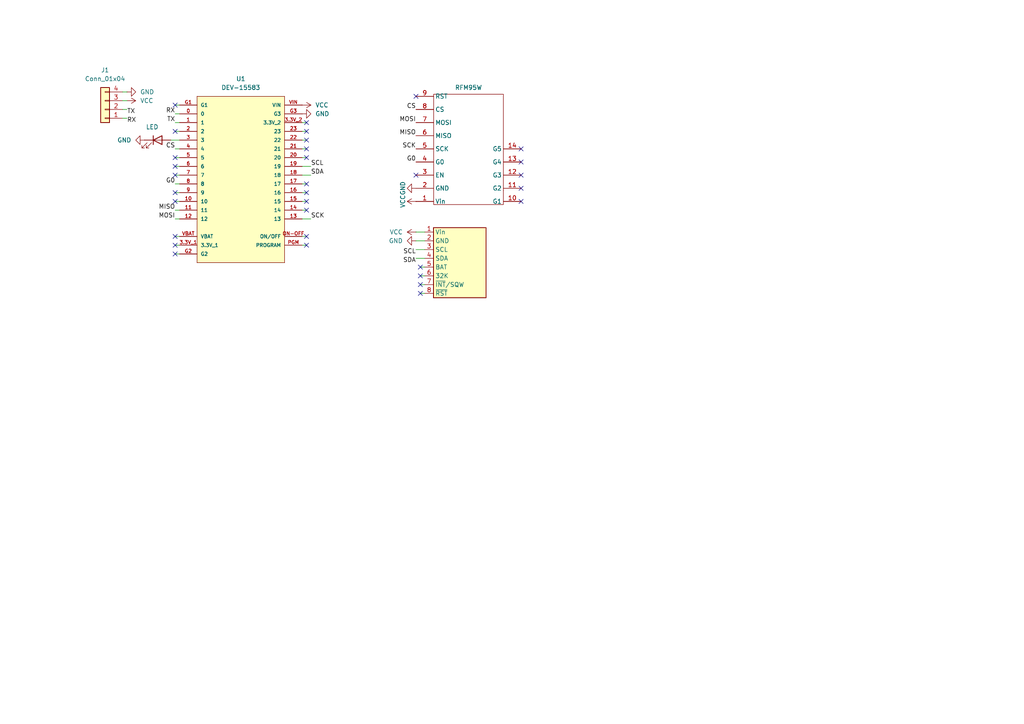
<source format=kicad_sch>
(kicad_sch (version 20231120) (generator "eeschema") (generator_version "8.0")
  (paper "A4")
  (lib_symbols
    (symbol "Connector_Generic:Conn_01x04" (pin_names (offset 1.016) hide)
      (property "Reference" "J" (at 0 5.08 0))
      (property "Value" "Conn_01x04" (at 0 -7.62 0))
      (symbol "Conn_01x04_1_1"
        (rectangle (start -1.27 -4.953) (end 0 -5.207) (stroke (width 0.1524)))
        (rectangle (start -1.27 -2.413) (end 0 -2.667) (stroke (width 0.1524)))
        (rectangle (start -1.27 0.127) (end 0 -0.127) (stroke (width 0.1524)))
        (rectangle (start -1.27 2.667) (end 0 2.413) (stroke (width 0.1524)))
        (rectangle (start -1.27 3.81) (end 1.27 -6.35) (stroke (width 0.254)) (fill (type background)))
        (pin passive line (at -5.08 2.54 0) (length 3.81) (name "Pin_1") (number "1"))
        (pin passive line (at -5.08 0 0) (length 3.81) (name "Pin_2") (number "2"))
        (pin passive line (at -5.08 -2.54 0) (length 3.81) (name "Pin_3") (number "3"))
        (pin passive line (at -5.08 -5.08 0) (length 3.81) (name "Pin_4") (number "4"))
      )
    )
    (symbol "DEV-15583:DEV-15583" (pin_names (offset 1.016))
      (property "Reference" "U" (at -12.7 23.622 0))
      (property "Value" "DEV-15583" (at -12.7 -27.94 0))
      (symbol "DEV-15583_0_0"
        (rectangle (start -12.7 22.86) (end 12.7 -25.4) (stroke (width 0.1524)) (fill (type background)))
        (pin bidirectional line (at -17.78 17.78 0) (length 5.08) (name "0") (number "0"))
        (pin bidirectional line (at -17.78 15.24 0) (length 5.08) (name "1") (number "1"))
        (pin bidirectional line (at -17.78 -7.62 0) (length 5.08) (name "10") (number "10"))
        (pin bidirectional line (at -17.78 -10.16 0) (length 5.08) (name "11") (number "11"))
        (pin bidirectional line (at -17.78 -12.7 0) (length 5.08) (name "12") (number "12"))
        (pin bidirectional line (at 17.78 -12.7 180) (length 5.08) (name "13") (number "13"))
        (pin bidirectional line (at 17.78 -10.16 180) (length 5.08) (name "14") (number "14"))
        (pin bidirectional line (at 17.78 -7.62 180) (length 5.08) (name "15") (number "15"))
        (pin bidirectional line (at 17.78 -5.08 180) (length 5.08) (name "16") (number "16"))
        (pin bidirectional line (at 17.78 -2.54 180) (length 5.08) (name "17") (number "17"))
        (pin bidirectional line (at 17.78 0 180) (length 5.08) (name "18") (number "18"))
        (pin bidirectional line (at 17.78 2.54 180) (length 5.08) (name "19") (number "19"))
        (pin bidirectional line (at -17.78 12.7 0) (length 5.08) (name "2") (number "2"))
        (pin bidirectional line (at 17.78 5.08 180) (length 5.08) (name "20") (number "20"))
        (pin bidirectional line (at 17.78 7.62 180) (length 5.08) (name "21") (number "21"))
        (pin bidirectional line (at 17.78 10.16 180) (length 5.08) (name "22") (number "22"))
        (pin bidirectional line (at 17.78 12.7 180) (length 5.08) (name "23") (number "23"))
        (pin bidirectional line (at -17.78 10.16 0) (length 5.08) (name "3") (number "3"))
        (pin power_in line (at -17.78 -20.32 0) (length 5.08) (name "3.3V_1") (number "3.3V_1"))
        (pin power_in line (at 17.78 15.24 180) (length 5.08) (name "3.3V_2") (number "3.3V_2"))
        (pin bidirectional line (at -17.78 7.62 0) (length 5.08) (name "4") (number "4"))
        (pin bidirectional line (at -17.78 5.08 0) (length 5.08) (name "5") (number "5"))
        (pin bidirectional line (at -17.78 2.54 0) (length 5.08) (name "6") (number "6"))
        (pin bidirectional line (at -17.78 0 0) (length 5.08) (name "7") (number "7"))
        (pin bidirectional line (at -17.78 -2.54 0) (length 5.08) (name "8") (number "8"))
        (pin bidirectional line (at -17.78 -5.08 0) (length 5.08) (name "9") (number "9"))
        (pin power_in line (at -17.78 20.32 0) (length 5.08) (name "G1") (number "G1"))
        (pin power_in line (at -17.78 -22.86 0) (length 5.08) (name "G2") (number "G2"))
        (pin power_in line (at 17.78 17.78 180) (length 5.08) (name "G3") (number "G3"))
        (pin bidirectional line (at 17.78 -17.78 180) (length 5.08) (name "ON/OFF") (number "ON-OFF"))
        (pin bidirectional line (at 17.78 -20.32 180) (length 5.08) (name "PROGRAM") (number "PGM"))
        (pin power_in line (at -17.78 -17.78 0) (length 5.08) (name "VBAT") (number "VBAT"))
        (pin power_in line (at 17.78 20.32 180) (length 5.08) (name "VIN") (number "VIN"))
      )
    )
    (symbol "Device:LED" (pin_numbers hide) (pin_names (offset 1.016) hide)
      (property "Reference" "D" (at 0 2.54 0))
      (property "Value" "LED" (at 0 -2.54 0))
      (symbol "LED_0_1"
        (polyline (pts (xy -1.27 -1.27) (xy -1.27 1.27)) (stroke (width 0.254)))
        (polyline (pts (xy -1.27 0) (xy 1.27 0)))
        (polyline (pts (xy 1.27 -1.27) (xy 1.27 1.27) (xy -1.27 0) (xy 1.27 -1.27)) (stroke (width 0.254)))
        (polyline (pts (xy -3.048 -0.762) (xy -4.572 -2.286) (xy -3.81 -2.286) (xy -4.572 -2.286) (xy -4.572 -1.524)))
        (polyline (pts (xy -1.778 -0.762) (xy -3.302 -2.286) (xy -2.54 -2.286) (xy -3.302 -2.286) (xy -3.302 -1.524)))
      )
      (symbol "LED_1_1"
        (pin passive line (at -3.81 0 0) (length 2.54) (name "K") (number "1"))
        (pin passive line (at 3.81 0 180) (length 2.54) (name "A") (number "2"))
      )
    )
    (symbol "Timer_RTC:DS3231M"
      (property "Reference" "U" (at -7.62 8.89 0))
      (property "Value" "DS3231" (at 10.16 8.89 0))
      (symbol "DS3231M_0_1"
        (rectangle (start -10.16 7.62) (end 10.16 -7.62) (stroke (width 0.254)) (fill (type background)))
      )
      (symbol "DS3231M_1_1"
        (pin power_in line (at -8.89 -10.16 90) (length 2.54) (name "Vin") (number "1"))
        (pin passive line (at -6.35 -10.16 90) (length 2.54) (name "GND") (number "2"))
        (pin input line (at -3.81 -10.16 90) (length 2.54) (name "SCL") (number "3"))
        (pin bidirectional line (at -1.27 -10.16 90) (length 2.54) (name "SDA") (number "4"))
        (pin power_in line (at 1.27 -10.16 90) (length 2.54) (name "BAT") (number "5"))
        (pin open_collector line (at 3.81 -10.16 90) (length 2.54) (name "32K") (number "6"))
        (pin open_collector line (at 6.35 -10.16 90) (length 2.54) (name "~{INT}/SQW") (number "7"))
        (pin bidirectional line (at 8.89 -10.16 90) (length 2.54) (name "~{RST}") (number "8"))
      )
    )
    (symbol "power:GND" (power) (pin_numbers hide) (pin_names (offset 0) hide)
      (property "Value" "GND" (at 0 -3.81 0))
      (symbol "GND_0_1"
        (polyline (pts (xy 0 0) (xy 0 -1.27) (xy 1.27 -1.27) (xy 0 -2.54) (xy -1.27 -1.27) (xy 0 -1.27)))
      )
      (symbol "GND_1_1"
        (pin power_in line (at 0 0 270) (length 0) (name "~") (number "1"))
      )
    )
    (symbol "power:VCC" (power) (pin_numbers hide) (pin_names (offset 0) hide)
      (property "Value" "VCC" (at 0 3.556 0))
      (symbol "VCC_0_1"
        (polyline (pts (xy -0.762 1.27) (xy 0 2.54)))
        (polyline (pts (xy 0 0) (xy 0 2.54)))
        (polyline (pts (xy 0 2.54) (xy 0.762 1.27)))
      )
      (symbol "VCC_1_1"
        (pin power_in line (at 0 0 90) (length 0) (name "~") (number "1"))
      )
    )
    (symbol "rfm69hcw_1:RFM69HCW_1"
      (property "Value" "RFM95W" (at 10.668 14.478 0))
      (symbol "RFM69HCW_1_0_1"
        (polyline (pts (xy -10.1092 -16.1544) (xy -9.7028 -16.1544)))
        (polyline (pts (xy -10.1092 15.8496) (xy -9.7028 15.8496)))
        (polyline (pts (xy 9.652 15.8496) (xy 10.1092 15.8496)))
        (polyline (pts (xy -9.7028 15.8496) (xy 9.652 15.8496) (xy 8.636 15.8496)))
        (polyline (pts (xy 10.1092 -12.0396) (xy 10.1092 -16.1544) (xy -9.7028 -16.1544) (xy -8.5344 -16.1544)))
        (polyline (pts (xy 10.1092 -12.0904) (xy 10.1092 -9.4488) (xy 10.1092 -6.7056) (xy 10.1092 -3.6068) (xy 10.1092 -0.762) (xy 10.1092 8.9408) (xy 10.1092 15.7988)))
        (polyline (pts (xy -10.1092 15.8496) (xy -10.1092 12.6492) (xy -10.1092 9.5504) (xy -10.1092 6.4516) (xy -10.1092 3.3528) (xy -10.1092 0.4572) (xy -10.1092 -2.54) (xy -10.1092 -5.08) (xy -10.1092 -8.4328) (xy -10.1092 -12.0904) (xy -10.1092 -16.1036)))
      )
      (symbol "RFM69HCW_1_1_1"
        (pin power_in line (at -15.24 -15.24 0) (length 5.08) (name "Vin") (number "1"))
        (pin output line (at 15.24 -15.24 180) (length 5.08) (name "G1") (number "10"))
        (pin output line (at 15.24 -11.43 180) (length 5.08) (name "G2") (number "11"))
        (pin output line (at 15.24 -7.62 180) (length 5.08) (name "G3") (number "12"))
        (pin output line (at 15.24 -3.81 180) (length 5.08) (name "G4") (number "13"))
        (pin output line (at 15.24 0 180) (length 5.08) (name "G5") (number "14"))
        (pin power_in line (at -15.24 -11.43 0) (length 5.08) (name "GND") (number "2"))
        (pin power_in line (at -15.24 -7.62 0) (length 5.08) (name "EN") (number "3"))
        (pin output line (at -15.24 -3.81 0) (length 5.08) (name "G0") (number "4"))
        (pin input line (at -15.24 0 0) (length 5.08) (name "SCK") (number "5"))
        (pin output line (at -15.24 3.81 0) (length 5.08) (name "MISO") (number "6"))
        (pin input line (at -15.24 7.62 0) (length 5.08) (name "MOSI") (number "7"))
        (pin input line (at -15.24 11.43 0) (length 5.08) (name "CS") (number "8"))
        (pin input line (at -15.24 15.24 0) (length 5.08) (name "RST") (number "9"))
      )
    )
  )
  (no_connect (at 151.13 58.42))
  (no_connect (at 121.92 77.47))
  (no_connect (at 151.13 43.18))
  (no_connect (at 88.9 40.64))
  (no_connect (at 88.9 43.18))
  (no_connect (at 50.8 68.58))
  (no_connect (at 121.92 82.55))
  (no_connect (at 88.9 53.34))
  (no_connect (at 88.9 55.88))
  (no_connect (at 50.8 30.48))
  (no_connect (at 50.8 48.26))
  (no_connect (at 88.9 60.96))
  (no_connect (at 50.8 73.66))
  (no_connect (at 88.9 58.42))
  (no_connect (at 121.92 85.09))
  (no_connect (at 88.9 68.58))
  (no_connect (at 88.9 35.56))
  (no_connect (at 50.8 45.72))
  (no_connect (at 50.8 55.88))
  (no_connect (at 50.8 50.8))
  (no_connect (at 120.65 27.94))
  (no_connect (at 120.65 50.8))
  (no_connect (at 151.13 46.99))
  (no_connect (at 88.9 71.12))
  (no_connect (at 151.13 54.61))
  (no_connect (at 88.9 38.1))
  (no_connect (at 50.8 58.42))
  (no_connect (at 88.9 45.72))
  (no_connect (at 50.8 38.1))
  (no_connect (at 50.8 71.12))
  (no_connect (at 121.92 80.01))
  (no_connect (at 151.13 50.8))
  (wire (pts (xy 120.65 67.31) (xy 123.19 67.31)))
  (wire (pts (xy 50.8 55.88) (xy 52.07 55.88)))
  (wire (pts (xy 50.8 58.42) (xy 52.07 58.42)))
  (wire (pts (xy 50.8 68.58) (xy 52.07 68.58)))
  (wire (pts (xy 50.8 73.66) (xy 52.07 73.66)))
  (wire (pts (xy 88.9 35.56) (xy 87.63 35.56)))
  (wire (pts (xy 87.63 38.1) (xy 88.9 38.1)))
  (wire (pts (xy 88.9 45.72) (xy 87.63 45.72)))
  (wire (pts (xy 36.83 29.21) (xy 35.56 29.21)))
  (wire (pts (xy 50.8 45.72) (xy 52.07 45.72)))
  (wire (pts (xy 88.9 43.18) (xy 87.63 43.18)))
  (wire (pts (xy 50.8 30.48) (xy 52.07 30.48)))
  (wire (pts (xy 35.56 34.29) (xy 36.83 34.29)))
  (wire (pts (xy 121.92 85.09) (xy 123.19 85.09)))
  (wire (pts (xy 88.9 60.96) (xy 87.63 60.96)))
  (wire (pts (xy 50.8 53.34) (xy 52.07 53.34)))
  (wire (pts (xy 36.83 26.67) (xy 35.56 26.67)))
  (wire (pts (xy 49.53 40.64) (xy 52.07 40.64)))
  (wire (pts (xy 50.8 60.96) (xy 52.07 60.96)))
  (wire (pts (xy 88.9 40.64) (xy 87.63 40.64)))
  (wire (pts (xy 120.65 72.39) (xy 123.19 72.39)))
  (wire (pts (xy 120.65 69.85) (xy 123.19 69.85)))
  (wire (pts (xy 88.9 53.34) (xy 87.63 53.34)))
  (wire (pts (xy 87.63 48.26) (xy 90.17 48.26)))
  (wire (pts (xy 120.65 74.93) (xy 123.19 74.93)))
  (wire (pts (xy 50.8 35.56) (xy 52.07 35.56)))
  (wire (pts (xy 121.92 77.47) (xy 123.19 77.47)))
  (wire (pts (xy 121.92 82.55) (xy 123.19 82.55)))
  (wire (pts (xy 50.8 48.26) (xy 52.07 48.26)))
  (wire (pts (xy 50.8 43.18) (xy 52.07 43.18)))
  (wire (pts (xy 50.8 33.02) (xy 52.07 33.02)))
  (wire (pts (xy 88.9 68.58) (xy 87.63 68.58)))
  (wire (pts (xy 50.8 63.5) (xy 52.07 63.5)))
  (wire (pts (xy 121.92 80.01) (xy 123.19 80.01)))
  (wire (pts (xy 88.9 58.42) (xy 87.63 58.42)))
  (wire (pts (xy 87.63 63.5) (xy 90.17 63.5)))
  (wire (pts (xy 88.9 71.12) (xy 87.63 71.12)))
  (wire (pts (xy 35.56 31.75) (xy 36.83 31.75)))
  (wire (pts (xy 87.63 50.8) (xy 90.17 50.8)))
  (wire (pts (xy 88.9 55.88) (xy 87.63 55.88)))
  (wire (pts (xy 50.8 38.1) (xy 52.07 38.1)))
  (wire (pts (xy 50.8 71.12) (xy 52.07 71.12)))
  (wire (pts (xy 50.8 50.8) (xy 52.07 50.8)))
  (label "MISO" (at 120.65 39.37 180))
  (label "RX" (at 50.8 33.02 180))
  (label "TX" (at 36.83 31.75 0))
  (label "RX" (at 36.83 34.29 0))
  (label "SDA" (at 120.65 74.93 180))
  (label "MOSI" (at 120.65 35.56 180))
  (label "G0" (at 50.8 53.34 180))
  (label "SCK" (at 120.65 43.18 180))
  (label "SDA" (at 90.17 50.8 0))
  (label "SCK" (at 90.17 63.5 0))
  (label "G0" (at 120.65 46.99 180))
  (label "MOSI" (at 50.8 63.5 180))
  (label "MISO" (at 50.8 60.96 180))
  (label "SCL" (at 90.17 48.26 0))
  (label "TX" (at 50.8 35.56 180))
  (label "CS" (at 120.65 31.75 180))
  (label "CS" (at 50.8 43.18 180))
  (label "SCL" (at 120.65 72.39 180))
  (symbol (lib_id "Timer_RTC:DS3231M") (at 133.35 76.2 270) (unit 1)
    (property "Reference" "U3" (effects (hide yes)))
    (property "Value" "DS3231" (effects (hide yes)))
    (property "Footprint" "Package_SO:SOIC-16W_7.5x10.3mm_P1.27mm" (effects (hide yes)))
    (property "Datasheet" "http://datasheets.maximintegrated.com/en/ds/DS3231.pdf" (effects (hide yes)))
    (property "Description" "Extremely Accurate I2C-Integrated RTC/TCXO/Crystal SOIC-16" (effects (hide yes)))
  )
  (symbol (lib_id "power:VCC") (at 120.65 58.42 90) (unit 1)
    (property "Reference" "#PWR05" (effects (hide yes)))
    (property "Value" "VCC" (at 116.84 58.42 0))
  )
  (symbol (lib_id "DEV-15583:DEV-15583") (at 69.85 50.8 0) (unit 1)
    (property "Reference" "U1" (at 69.85 22.86 0))
    (property "Value" "DEV-15583" (at 69.85 25.4 0))
    (property "Footprint" "footprintLib:Teensy4.0" (effects (hide yes)))
    (property "MF" "SparkFun Electronics" (effects (hide yes)))
    (property "MAXIMUM_PACKAGE_HEIGHT" "5.87mm" (effects (hide yes)))
    (property "Package" "None" (effects (hide yes)))
    (property "Price" "None" (effects (hide yes)))
    (property "Check_prices" "https://www.snapeda.com/parts/DEV-15583/SparkFun/view-part/?ref=eda" (effects (hide yes)))
    (property "STANDARD" "Manufacturer Recommendations" (effects (hide yes)))
    (property "SnapEDA_Link" "https://www.snapeda.com/parts/DEV-15583/SparkFun/view-part/?ref=snap" (effects (hide yes)))
    (property "MP" "DEV-15583" (effects (hide yes)))
    (property "Description_1" "\n                        \n                            RT1062 Teensy 4.0 series ARM® Cortex®-M7 MPU Embedded Evaluation Board\n                        \n" (effects (hide yes)))
    (property "Availability" "In Stock" (effects (hide yes)))
    (property "MANUFACTURER" "Sparkfun" (effects (hide yes)))
  )
  (symbol (lib_id "Device:LED") (at 45.72 40.64 0) (unit 1)
    (property "Reference" "D1" (effects (hide yes)))
    (property "Value" "LED" (at 44.1325 36.83 0))
    (property "Description" "Light emitting diode" (effects (hide yes)))
  )
  (symbol (lib_id "Connector_Generic:Conn_01x04") (at 30.48 31.75 180) (unit 1)
    (property "Reference" "J1" (at 30.48 20.32 0))
    (property "Value" "Conn_01x04" (at 30.48 22.86 0))
    (property "Description" "Generic connector, single row, 01x04, script generated (kicad-library-utils/schlib/autogen/connector/)" (effects (hide yes)))
  )
  (symbol (lib_id "power:GND") (at 87.63 33.02 90) (unit 1)
    (property "Reference" "#PWR01" (effects (hide yes)))
    (property "Value" "GND" (at 91.44 33.0199 90) (effects (justify right)))
    (property "Description" "Power symbol creates a global label with name \"GND\" , ground" (effects (hide yes)))
  )
  (symbol (lib_id "power:GND") (at 36.83 26.67 90) (unit 1)
    (property "Reference" "#PWR04" (effects (hide yes)))
    (property "Value" "GND" (at 40.64 26.6699 90) (effects (justify right)))
    (property "Description" "Power symbol creates a global label with name \"GND\" , ground" (effects (hide yes)))
  )
  (symbol (lib_id "power:VCC") (at 87.63 30.48 270) (unit 1)
    (property "Reference" "#PWR02" (effects (hide yes)))
    (property "Value" "VCC" (at 91.44 30.4799 90) (effects (justify left)))
    (property "Description" "Power symbol creates a global label with name \"VCC\"" (effects (hide yes)))
  )
  (symbol (lib_id "power:GND") (at 120.65 69.85 270) (unit 1)
    (property "Reference" "#PWR09" (effects (hide yes)))
    (property "Value" "GND" (at 116.84 69.8499 90) (effects (justify right)))
    (property "Description" "Power symbol creates a global label with name \"GND\" , ground" (effects (hide yes)))
  )
  (symbol (lib_id "power:GND") (at 41.91 40.64 270) (unit 1)
    (property "Reference" "#PWR07" (effects (hide yes)))
    (property "Value" "GND" (at 38.1 40.6399 90) (effects (justify right)))
    (property "Description" "Power symbol creates a global label with name \"GND\" , ground" (effects (hide yes)))
  )
  (symbol (lib_id "rfm69hcw_1:RFM69HCW_1") (at 135.89 43.18 0) (unit 1)
    (property "Reference" "U4" (effects (hide yes)))
    (property "Value" "RFM95W" (at 135.89 25.4 0))
    (property "Footprint" "Radio:RFM95W" (effects (hide yes)))
  )
  (symbol (lib_id "power:VCC") (at 120.65 67.31 90) (unit 1)
    (property "Reference" "#PWR08" (effects (hide yes)))
    (property "Value" "VCC" (at 116.84 67.3099 90) (effects (justify left)))
    (property "Description" "Power symbol creates a global label with name \"VCC\"" (effects (hide yes)))
  )
  (symbol (lib_id "power:GND") (at 120.65 54.61 270) (unit 1)
    (property "Reference" "#PWR06" (effects (hide yes)))
    (property "Value" "GND" (at 116.84 54.61 0))
  )
  (symbol (lib_id "power:VCC") (at 36.83 29.21 270) (unit 1)
    (property "Reference" "#PWR03" (effects (hide yes)))
    (property "Value" "VCC" (at 40.64 29.2099 90) (effects (justify left)))
    (property "Description" "Power symbol creates a global label with name \"VCC\"" (effects (hide yes)))
  )
)
</source>
